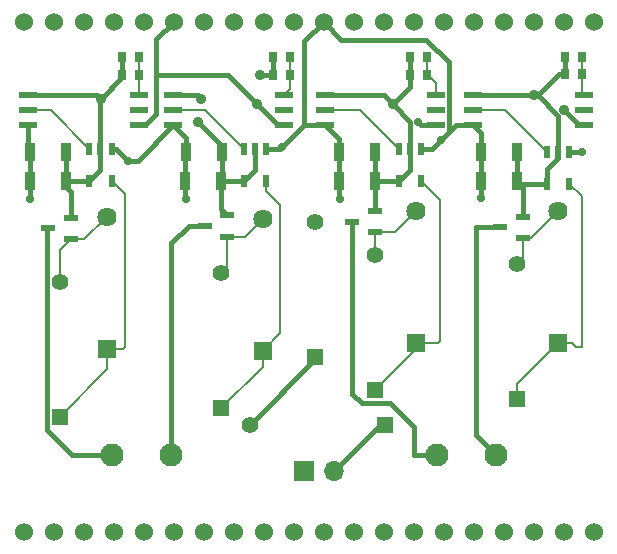
<source format=gbr>
%TF.GenerationSoftware,KiCad,Pcbnew,8.0.8*%
%TF.CreationDate,2025-02-03T20:57:41-05:00*%
%TF.ProjectId,PWM Module,50574d20-4d6f-4647-956c-652e6b696361,rev?*%
%TF.SameCoordinates,Original*%
%TF.FileFunction,Copper,L1,Top*%
%TF.FilePolarity,Positive*%
%FSLAX46Y46*%
G04 Gerber Fmt 4.6, Leading zero omitted, Abs format (unit mm)*
G04 Created by KiCad (PCBNEW 8.0.8) date 2025-02-03 20:57:41*
%MOMM*%
%LPD*%
G01*
G04 APERTURE LIST*
%TA.AperFunction,ComponentPad*%
%ADD10R,1.700000X1.700000*%
%TD*%
%TA.AperFunction,ComponentPad*%
%ADD11O,1.700000X1.700000*%
%TD*%
%TA.AperFunction,SMDPad,CuDef*%
%ADD12R,0.508000X0.977900*%
%TD*%
%TA.AperFunction,SMDPad,CuDef*%
%ADD13R,1.270000X0.558800*%
%TD*%
%TA.AperFunction,SMDPad,CuDef*%
%ADD14R,0.855600X1.600000*%
%TD*%
%TA.AperFunction,SMDPad,CuDef*%
%ADD15R,0.711200X0.939800*%
%TD*%
%TA.AperFunction,ComponentPad*%
%ADD16C,1.950000*%
%TD*%
%TA.AperFunction,ComponentPad*%
%ADD17R,1.625600X1.625600*%
%TD*%
%TA.AperFunction,ComponentPad*%
%ADD18C,1.625600*%
%TD*%
%TA.AperFunction,ComponentPad*%
%ADD19C,1.524000*%
%TD*%
%TA.AperFunction,ComponentPad*%
%ADD20R,1.397000X1.397000*%
%TD*%
%TA.AperFunction,ComponentPad*%
%ADD21C,1.397000*%
%TD*%
%TA.AperFunction,SMDPad,CuDef*%
%ADD22R,1.524000X0.533400*%
%TD*%
%TA.AperFunction,ViaPad*%
%ADD23C,0.900000*%
%TD*%
%TA.AperFunction,ViaPad*%
%ADD24C,0.700000*%
%TD*%
%TA.AperFunction,Conductor*%
%ADD25C,0.400000*%
%TD*%
%TA.AperFunction,Conductor*%
%ADD26C,0.200000*%
%TD*%
G04 APERTURE END LIST*
D10*
%TO.P,J4,1,Pin_1*%
%TO.N,Net-(J4-Pin_1)*%
X176125000Y-63400000D03*
D11*
%TO.P,J4,2,Pin_2*%
%TO.N,Net-(J4-Pin_2)*%
X178665000Y-63400000D03*
%TD*%
D12*
%TO.P,U7,1,VDD*%
%TO.N,Net-(U1-VDD)*%
X159841502Y-36169500D03*
%TO.P,U7,2,GND*%
%TO.N,GND*%
X158891501Y-36169500D03*
%TO.P,U7,3,IN+*%
%TO.N,Net-(U7-IN+)*%
X157941500Y-36169500D03*
%TO.P,U7,4,IN-*%
%TO.N,GND*%
X157941500Y-38900000D03*
%TO.P,U7,5,OUT*%
%TO.N,Net-(D4-K)*%
X159841502Y-38900000D03*
%TD*%
D13*
%TO.P,Q2,1,G*%
%TO.N,Net-(D2-A)*%
X169640000Y-43594998D03*
%TO.P,Q2,2,S*%
%TO.N,GND*%
X169640000Y-41765000D03*
%TO.P,Q2,3,D*%
%TO.N,Net-(J2-Pin_2)*%
X167709600Y-42679999D03*
%TD*%
D14*
%TO.P,C4,1*%
%TO.N,Net-(U1-VDD)*%
X166084398Y-38900000D03*
%TO.P,C4,2*%
%TO.N,GND*%
X169140000Y-38900000D03*
%TD*%
D15*
%TO.P,R4,1*%
%TO.N,GND*%
X173544500Y-29900000D03*
%TO.P,R4,2*%
%TO.N,Net-(R4-Pad2)*%
X174941500Y-29900000D03*
%TD*%
D14*
%TO.P,C2,1*%
%TO.N,Net-(U1-VDD)*%
X152913699Y-38900000D03*
%TO.P,C2,2*%
%TO.N,GND*%
X155969301Y-38900000D03*
%TD*%
D15*
%TO.P,R1,1*%
%TO.N,GND*%
X185140000Y-28400000D03*
%TO.P,R1,2*%
%TO.N,Net-(R1-Pad2)*%
X186537000Y-28400000D03*
%TD*%
D16*
%TO.P,J3,1,Pin_1*%
%TO.N,Net-(J3-Pin_1)*%
X187400000Y-62100000D03*
%TO.P,J3,2,Pin_2*%
%TO.N,Net-(J3-Pin_2)*%
X192400000Y-62100000D03*
%TD*%
D17*
%TO.P,D4,1,K*%
%TO.N,Net-(D4-K)*%
X159441500Y-53076000D03*
D18*
%TO.P,D4,2,A*%
%TO.N,Net-(D4-A)*%
X159441500Y-41900000D03*
%TD*%
D17*
%TO.P,D1,1,K*%
%TO.N,Net-(D1-K)*%
X185640000Y-52576000D03*
D18*
%TO.P,D1,2,A*%
%TO.N,Net-(D1-A)*%
X185640000Y-41400000D03*
%TD*%
D13*
%TO.P,Q3,1,G*%
%TO.N,Net-(D3-A)*%
X194640000Y-43729998D03*
%TO.P,Q3,2,S*%
%TO.N,GND*%
X194640000Y-41900000D03*
%TO.P,Q3,3,D*%
%TO.N,Net-(J3-Pin_2)*%
X192709600Y-42814999D03*
%TD*%
D19*
%TO.P,J5,1,1*%
%TO.N,unconnected-(J5-Pad1)*%
X152400000Y-25400000D03*
%TO.P,J5,2,2*%
%TO.N,unconnected-(J5-Pad2)*%
X154940000Y-25400000D03*
%TO.P,J5,3,3*%
%TO.N,unconnected-(J5-Pad3)*%
X157480000Y-25400000D03*
%TO.P,J5,4,4*%
%TO.N,unconnected-(J5-Pad4)*%
X160020000Y-25400000D03*
%TO.P,J5,5,5*%
%TO.N,unconnected-(J5-Pad5)*%
X162560000Y-25400000D03*
%TO.P,J5,6,6*%
%TO.N,Net-(J4-Pin_1)*%
X165100000Y-25400000D03*
%TO.P,J5,7,7*%
%TO.N,unconnected-(J5-Pad7)*%
X167640000Y-25400000D03*
%TO.P,J5,8,8*%
%TO.N,unconnected-(J5-Pad8)*%
X170180000Y-25400000D03*
%TO.P,J5,9,9*%
%TO.N,Net-(J5-Pad9)*%
X172720000Y-25400000D03*
%TO.P,J5,10,10*%
%TO.N,GND*%
X175260000Y-25400000D03*
%TO.P,J5,11,11*%
%TO.N,Net-(U1-VDD)*%
X177800000Y-25400000D03*
%TO.P,J5,12,12*%
%TO.N,unconnected-(J5-Pad12)*%
X180340000Y-25400000D03*
%TO.P,J5,13,13*%
%TO.N,unconnected-(J5-Pad13)*%
X182880000Y-25400000D03*
%TO.P,J5,14,14*%
%TO.N,unconnected-(J5-Pad14)*%
X185420000Y-25400000D03*
%TO.P,J5,15,15*%
%TO.N,unconnected-(J5-Pad15)*%
X187960000Y-25400000D03*
%TO.P,J5,16,16*%
%TO.N,unconnected-(J5-Pad16)*%
X190500000Y-25400000D03*
%TO.P,J5,17,17*%
%TO.N,unconnected-(J5-Pad17)*%
X193040000Y-25400000D03*
%TO.P,J5,18,18*%
%TO.N,unconnected-(J5-Pad18)*%
X195580000Y-25400000D03*
%TO.P,J5,19,19*%
%TO.N,unconnected-(J5-Pad19)*%
X198120000Y-25400000D03*
%TO.P,J5,20,20*%
%TO.N,unconnected-(J5-Pad20)*%
X200660000Y-25400000D03*
%TD*%
D15*
%TO.P,R5,1*%
%TO.N,GND*%
X173544500Y-28400000D03*
%TO.P,R5,2*%
%TO.N,Net-(R4-Pad2)*%
X174941500Y-28400000D03*
%TD*%
D16*
%TO.P,J2,1,Pin_1*%
%TO.N,Net-(J2-Pin_1)*%
X159900000Y-62100000D03*
%TO.P,J2,2,Pin_2*%
%TO.N,Net-(J2-Pin_2)*%
X164900000Y-62100000D03*
%TD*%
D15*
%TO.P,R11,1*%
%TO.N,GND*%
X160743000Y-28400000D03*
%TO.P,R11,2*%
%TO.N,Net-(R10-Pad2)*%
X162140000Y-28400000D03*
%TD*%
D12*
%TO.P,U5,1,VDD*%
%TO.N,Net-(U1-VDD)*%
X198590001Y-36400000D03*
%TO.P,U5,2,GND*%
%TO.N,GND*%
X197640000Y-36400000D03*
%TO.P,U5,3,IN+*%
%TO.N,Net-(U5-IN+)*%
X196689999Y-36400000D03*
%TO.P,U5,4,IN-*%
%TO.N,GND*%
X196689999Y-39130500D03*
%TO.P,U5,5,OUT*%
%TO.N,Net-(D3-K)*%
X198590001Y-39130500D03*
%TD*%
D14*
%TO.P,C3,1*%
%TO.N,Net-(U1-VDD)*%
X166112199Y-36400000D03*
%TO.P,C3,2*%
%TO.N,GND*%
X169167801Y-36400000D03*
%TD*%
%TO.P,C5,1*%
%TO.N,Net-(U1-VDD)*%
X179084398Y-36400000D03*
%TO.P,C5,2*%
%TO.N,GND*%
X182140000Y-36400000D03*
%TD*%
%TO.P,C6,1*%
%TO.N,Net-(U1-VDD)*%
X179084398Y-38900000D03*
%TO.P,C6,2*%
%TO.N,GND*%
X182140000Y-38900000D03*
%TD*%
D13*
%TO.P,Q4,1,G*%
%TO.N,Net-(D4-A)*%
X156371900Y-43814999D03*
%TO.P,Q4,2,S*%
%TO.N,GND*%
X156371900Y-41985001D03*
%TO.P,Q4,3,D*%
%TO.N,Net-(J2-Pin_1)*%
X154441500Y-42900000D03*
%TD*%
D17*
%TO.P,D3,1,K*%
%TO.N,Net-(D3-K)*%
X197640000Y-52576000D03*
D18*
%TO.P,D3,2,A*%
%TO.N,Net-(D3-A)*%
X197640000Y-41400000D03*
%TD*%
D20*
%TO.P,R9,1*%
%TO.N,Net-(D3-K)*%
X194140000Y-57330000D03*
D21*
%TO.P,R9,2*%
%TO.N,Net-(D3-A)*%
X194140000Y-45900000D03*
%TD*%
D22*
%TO.P,U2,1,1*%
%TO.N,Net-(J4-Pin_1)*%
X187339000Y-34170000D03*
%TO.P,U2,2,2*%
%TO.N,unconnected-(U2-Pad2)*%
X187339000Y-32900000D03*
%TO.P,U2,3,3*%
%TO.N,Net-(R1-Pad2)*%
X187339000Y-31630000D03*
%TO.P,U2,4,4*%
%TO.N,GND*%
X177941000Y-31630000D03*
%TO.P,U2,5,5*%
%TO.N,Net-(U1-IN+)*%
X177941000Y-32900000D03*
%TO.P,U2,6,6*%
%TO.N,Net-(U1-VDD)*%
X177941000Y-34170000D03*
%TD*%
D14*
%TO.P,C1,1*%
%TO.N,Net-(U1-VDD)*%
X152941500Y-36400000D03*
%TO.P,C1,2*%
%TO.N,GND*%
X155997102Y-36400000D03*
%TD*%
D20*
%TO.P,R13,1*%
%TO.N,Net-(J4-Pin_2)*%
X183015000Y-59500000D03*
D21*
%TO.P,R13,2*%
%TO.N,Net-(R13-Pad2)*%
X171585000Y-59500000D03*
%TD*%
D22*
%TO.P,U6,1,1*%
%TO.N,Net-(J4-Pin_1)*%
X199839000Y-34170000D03*
%TO.P,U6,2,2*%
%TO.N,unconnected-(U6-Pad2)*%
X199839000Y-32900000D03*
%TO.P,U6,3,3*%
%TO.N,Net-(R7-Pad2)*%
X199839000Y-31630000D03*
%TO.P,U6,4,4*%
%TO.N,GND*%
X190441000Y-31630000D03*
%TO.P,U6,5,5*%
%TO.N,Net-(U5-IN+)*%
X190441000Y-32900000D03*
%TO.P,U6,6,6*%
%TO.N,Net-(U1-VDD)*%
X190441000Y-34170000D03*
%TD*%
D14*
%TO.P,C7,1*%
%TO.N,Net-(U1-VDD)*%
X191084398Y-36400000D03*
%TO.P,C7,2*%
%TO.N,GND*%
X194140000Y-36400000D03*
%TD*%
D20*
%TO.P,R3,1*%
%TO.N,Net-(D1-K)*%
X182140000Y-56615000D03*
D21*
%TO.P,R3,2*%
%TO.N,Net-(D1-A)*%
X182140000Y-45185000D03*
%TD*%
D15*
%TO.P,R8,1*%
%TO.N,GND*%
X198243000Y-28347800D03*
%TO.P,R8,2*%
%TO.N,Net-(R7-Pad2)*%
X199640000Y-28347800D03*
%TD*%
D20*
%TO.P,R12,1*%
%TO.N,Net-(D4-K)*%
X155441500Y-58830000D03*
D21*
%TO.P,R12,2*%
%TO.N,Net-(D4-A)*%
X155441500Y-47400000D03*
%TD*%
D15*
%TO.P,R2,1*%
%TO.N,GND*%
X185140000Y-29900000D03*
%TO.P,R2,2*%
%TO.N,Net-(R1-Pad2)*%
X186537000Y-29900000D03*
%TD*%
D12*
%TO.P,U3,1,VDD*%
%TO.N,Net-(U1-VDD)*%
X172941500Y-36169500D03*
%TO.P,U3,2,GND*%
%TO.N,GND*%
X171991499Y-36169500D03*
%TO.P,U3,3,IN+*%
%TO.N,Net-(U3-IN+)*%
X171041498Y-36169500D03*
%TO.P,U3,4,IN-*%
%TO.N,GND*%
X171041498Y-38900000D03*
%TO.P,U3,5,OUT*%
%TO.N,Net-(D2-K)*%
X172941500Y-38900000D03*
%TD*%
D13*
%TO.P,Q1,1,G*%
%TO.N,Net-(D1-A)*%
X182140000Y-43229998D03*
%TO.P,Q1,2,S*%
%TO.N,GND*%
X182140000Y-41400000D03*
%TO.P,Q1,3,D*%
%TO.N,Net-(J3-Pin_1)*%
X180209600Y-42314999D03*
%TD*%
D15*
%TO.P,R10,1*%
%TO.N,GND*%
X160743000Y-29900000D03*
%TO.P,R10,2*%
%TO.N,Net-(R10-Pad2)*%
X162140000Y-29900000D03*
%TD*%
D20*
%TO.P,R6,1*%
%TO.N,Net-(D2-K)*%
X169140000Y-58115000D03*
D21*
%TO.P,R6,2*%
%TO.N,Net-(D2-A)*%
X169140000Y-46685000D03*
%TD*%
D20*
%TO.P,R14,1*%
%TO.N,Net-(R13-Pad2)*%
X177100000Y-53815000D03*
D21*
%TO.P,R14,2*%
%TO.N,Net-(J5-Pad9)*%
X177100000Y-42385000D03*
%TD*%
D15*
%TO.P,R7,1*%
%TO.N,GND*%
X198243000Y-29847800D03*
%TO.P,R7,2*%
%TO.N,Net-(R7-Pad2)*%
X199640000Y-29847800D03*
%TD*%
D22*
%TO.P,U8,1,1*%
%TO.N,Net-(J4-Pin_1)*%
X162140500Y-34170000D03*
%TO.P,U8,2,2*%
%TO.N,unconnected-(U8-Pad2)*%
X162140500Y-32900000D03*
%TO.P,U8,3,3*%
%TO.N,Net-(R10-Pad2)*%
X162140500Y-31630000D03*
%TO.P,U8,4,4*%
%TO.N,GND*%
X152742500Y-31630000D03*
%TO.P,U8,5,5*%
%TO.N,Net-(U7-IN+)*%
X152742500Y-32900000D03*
%TO.P,U8,6,6*%
%TO.N,Net-(U1-VDD)*%
X152742500Y-34170000D03*
%TD*%
D12*
%TO.P,U1,1,VDD*%
%TO.N,Net-(U1-VDD)*%
X186040002Y-36169500D03*
%TO.P,U1,2,GND*%
%TO.N,GND*%
X185090001Y-36169500D03*
%TO.P,U1,3,IN+*%
%TO.N,Net-(U1-IN+)*%
X184140000Y-36169500D03*
%TO.P,U1,4,IN-*%
%TO.N,GND*%
X184140000Y-38900000D03*
%TO.P,U1,5,OUT*%
%TO.N,Net-(D1-K)*%
X186040002Y-38900000D03*
%TD*%
D17*
%TO.P,D2,1,K*%
%TO.N,Net-(D2-K)*%
X172640000Y-53289500D03*
D18*
%TO.P,D2,2,A*%
%TO.N,Net-(D2-A)*%
X172640000Y-42113500D03*
%TD*%
D22*
%TO.P,U4,1,1*%
%TO.N,Net-(J4-Pin_1)*%
X174441500Y-34170000D03*
%TO.P,U4,2,2*%
%TO.N,unconnected-(U4-Pad2)*%
X174441500Y-32900000D03*
%TO.P,U4,3,3*%
%TO.N,Net-(R4-Pad2)*%
X174441500Y-31630000D03*
%TO.P,U4,4,4*%
%TO.N,GND*%
X165043500Y-31630000D03*
%TO.P,U4,5,5*%
%TO.N,Net-(U3-IN+)*%
X165043500Y-32900000D03*
%TO.P,U4,6,6*%
%TO.N,Net-(U1-VDD)*%
X165043500Y-34170000D03*
%TD*%
D19*
%TO.P,J5,1,1*%
%TO.N,N/C*%
X152400000Y-68580000D03*
%TO.P,J5,2,2*%
X154940000Y-68580000D03*
%TO.P,J5,3,3*%
X157480000Y-68580000D03*
%TO.P,J5,4,4*%
X160020000Y-68580000D03*
%TO.P,J5,5,5*%
X162560000Y-68580000D03*
%TO.P,J5,6,6*%
X165100000Y-68580000D03*
%TO.P,J5,7,7*%
X167640000Y-68580000D03*
%TO.P,J5,8,8*%
X170180000Y-68580000D03*
%TO.P,J5,9,9*%
X172720000Y-68580000D03*
%TO.P,J5,10,10*%
X175260000Y-68580000D03*
%TO.P,J5,11,11*%
X177800000Y-68580000D03*
%TO.P,J5,12,12*%
X180340000Y-68580000D03*
%TO.P,J5,13,13*%
X182880000Y-68580000D03*
%TO.P,J5,14,14*%
X185420000Y-68580000D03*
%TO.P,J5,15,15*%
X187960000Y-68580000D03*
%TO.P,J5,16,16*%
X190500000Y-68580000D03*
%TO.P,J5,17,17*%
X193040000Y-68580000D03*
%TO.P,J5,18,18*%
X195580000Y-68580000D03*
%TO.P,J5,19,19*%
X198120000Y-68580000D03*
%TO.P,J5,20,20*%
X200660000Y-68580000D03*
%TD*%
D14*
%TO.P,C8,1*%
%TO.N,Net-(U1-VDD)*%
X191084398Y-38900000D03*
%TO.P,C8,2*%
%TO.N,GND*%
X194140000Y-38900000D03*
%TD*%
D23*
%TO.N,GND*%
X167140000Y-33900000D03*
X195640000Y-31630000D03*
X172441500Y-29900000D03*
X183640000Y-32400000D03*
X158941500Y-31900000D03*
X167441500Y-31900000D03*
D24*
%TO.N,Net-(U1-VDD)*%
X191084398Y-40344398D03*
X166140000Y-40400000D03*
X187688850Y-35448850D03*
X152941500Y-40400000D03*
X174240100Y-36000100D03*
X161191500Y-37150000D03*
X179140000Y-40400000D03*
X199640000Y-36400000D03*
%TO.N,Net-(J4-Pin_1)*%
X185790001Y-33900000D03*
D23*
X172158100Y-32381900D03*
X198140000Y-32900000D03*
%TD*%
D25*
%TO.N,GND*%
X195640000Y-31630000D02*
X190441000Y-31630000D01*
X198243000Y-29847800D02*
X197692200Y-29847800D01*
X182140000Y-38900000D02*
X182140000Y-41400000D01*
X171991499Y-37949999D02*
X171041498Y-38900000D01*
X158891501Y-31949999D02*
X158891501Y-36169500D01*
X171991499Y-36169500D02*
X171991499Y-37949999D01*
X173544500Y-29900000D02*
X172441500Y-29900000D01*
X156371900Y-39774798D02*
X156371900Y-41985001D01*
X194370500Y-39130500D02*
X194140000Y-38900000D01*
X152742500Y-31630000D02*
X158571502Y-31630000D01*
X185140000Y-28400000D02*
X185140000Y-29900000D01*
X185090001Y-36169500D02*
X185090001Y-33850001D01*
X155997102Y-36400000D02*
X155997102Y-38872199D01*
X158941500Y-31900000D02*
X158891501Y-31949999D01*
X169140000Y-38900000D02*
X171041498Y-38900000D01*
X197640000Y-33360000D02*
X195910000Y-31630000D01*
X185090001Y-33850001D02*
X183640000Y-32400000D01*
X196689999Y-37850001D02*
X196689999Y-39130500D01*
X155969301Y-39372199D02*
X156371900Y-39774798D01*
X169167801Y-35927801D02*
X167140000Y-33900000D01*
X169167801Y-36400000D02*
X169167801Y-35927801D01*
X177941000Y-31630000D02*
X182870000Y-31630000D01*
X184140000Y-38900000D02*
X182140000Y-38900000D01*
X194640000Y-41900000D02*
X194640000Y-39400000D01*
X184140000Y-38900000D02*
X185090001Y-37949999D01*
X160743000Y-29900000D02*
X160743000Y-30098500D01*
X165043500Y-31630000D02*
X167171500Y-31630000D01*
X197640000Y-36400000D02*
X197640000Y-33360000D01*
X169140000Y-41265000D02*
X169640000Y-41765000D01*
X173544500Y-28400000D02*
X173544500Y-29900000D01*
X182140000Y-36400000D02*
X182140000Y-38900000D01*
X160743000Y-30098500D02*
X158941500Y-31900000D01*
X194140000Y-36400000D02*
X194140000Y-38900000D01*
X158891501Y-37949999D02*
X158891501Y-36169500D01*
X197692200Y-29847800D02*
X195910000Y-31630000D01*
X185090001Y-37949999D02*
X185090001Y-36169500D01*
X194640000Y-39400000D02*
X194140000Y-38900000D01*
X155969301Y-38900000D02*
X157941500Y-38900000D01*
X155997102Y-38872199D02*
X155969301Y-38900000D01*
X167171500Y-31630000D02*
X167441500Y-31900000D01*
X169167801Y-36400000D02*
X169167801Y-38872199D01*
X198243000Y-29847800D02*
X198243000Y-28347800D01*
X158571502Y-31630000D02*
X158891501Y-31949999D01*
X185140000Y-29900000D02*
X185140000Y-30900000D01*
X197640000Y-36900000D02*
X196689999Y-37850001D01*
X185140000Y-30900000D02*
X183640000Y-32400000D01*
X169140000Y-38900000D02*
X169140000Y-41265000D01*
X196689999Y-39130500D02*
X194370500Y-39130500D01*
X195910000Y-31630000D02*
X195640000Y-31630000D01*
X182870000Y-31630000D02*
X183640000Y-32400000D01*
X155969301Y-38900000D02*
X155969301Y-39372199D01*
X157941500Y-38900000D02*
X158891501Y-37949999D01*
X169167801Y-38872199D02*
X169140000Y-38900000D01*
X160743000Y-28400000D02*
X160743000Y-29900000D01*
X197640000Y-36400000D02*
X197640000Y-36900000D01*
%TO.N,Net-(U1-VDD)*%
X191084398Y-36400000D02*
X191084398Y-34813398D01*
X179084398Y-40344398D02*
X179140000Y-40400000D01*
X152742500Y-35701000D02*
X152742500Y-34170000D01*
X160211000Y-36169500D02*
X161191500Y-37150000D01*
X172941500Y-36169500D02*
X174070700Y-36169500D01*
X152913699Y-40372199D02*
X152941500Y-40400000D01*
X174240100Y-36000100D02*
X176140000Y-34100200D01*
X159841502Y-36169500D02*
X160211000Y-36169500D01*
X166112199Y-35238699D02*
X165043500Y-34170000D01*
X179084398Y-36400000D02*
X179084398Y-38900000D01*
X179084398Y-38900000D02*
X179084398Y-40344398D01*
X176140000Y-34100200D02*
X176140000Y-27060000D01*
X177941000Y-34170000D02*
X176209800Y-34170000D01*
X162063500Y-37150000D02*
X161191500Y-37150000D01*
X179300000Y-26900000D02*
X177800000Y-25400000D01*
X191084398Y-34813398D02*
X190441000Y-34170000D01*
X166084398Y-38900000D02*
X166084398Y-36427801D01*
X176209800Y-34170000D02*
X176140000Y-34100200D01*
X152913699Y-36927801D02*
X152913699Y-38900000D01*
X186968200Y-36169500D02*
X187688850Y-35448850D01*
X198590001Y-36400000D02*
X199640000Y-36400000D01*
X152941500Y-36400000D02*
X152941500Y-36900000D01*
X188967700Y-34170000D02*
X190441000Y-34170000D01*
X152941500Y-35900000D02*
X152742500Y-35701000D01*
X152941500Y-36900000D02*
X152913699Y-36927801D01*
X186040002Y-36169500D02*
X186968200Y-36169500D01*
X152913699Y-38900000D02*
X152913699Y-40372199D01*
X176140000Y-27060000D02*
X177800000Y-25400000D01*
X186462500Y-26900000D02*
X179300000Y-26900000D01*
X166112199Y-36400000D02*
X166112199Y-35238699D01*
X166084398Y-38900000D02*
X166084398Y-40344398D01*
X152941500Y-36400000D02*
X152941500Y-35900000D01*
X187688850Y-35448850D02*
X188967700Y-34170000D01*
X191084398Y-36400000D02*
X191084398Y-38900000D01*
X174070700Y-36169500D02*
X174240100Y-36000100D01*
X188401000Y-34736700D02*
X188401000Y-28838500D01*
X191084398Y-38900000D02*
X191084398Y-40344398D01*
X165043500Y-34170000D02*
X162063500Y-37150000D01*
X166084398Y-40344398D02*
X166140000Y-40400000D01*
X187688850Y-35448850D02*
X188401000Y-34736700D01*
X179084398Y-35313398D02*
X177941000Y-34170000D01*
X179084398Y-36400000D02*
X179084398Y-35313398D01*
X188401000Y-28838500D02*
X186462500Y-26900000D01*
X166084398Y-36427801D02*
X166112199Y-36400000D01*
D26*
%TO.N,Net-(D1-A)*%
X182140000Y-45185000D02*
X182140000Y-43229998D01*
X183810002Y-43229998D02*
X185640000Y-41400000D01*
X182140000Y-43229998D02*
X183810002Y-43229998D01*
%TO.N,Net-(D1-K)*%
X182140000Y-56615000D02*
X185640000Y-53115000D01*
X187640000Y-52400000D02*
X187464000Y-52576000D01*
X187640000Y-40499998D02*
X187640000Y-52400000D01*
X186040002Y-38900000D02*
X187640000Y-40499998D01*
X185640000Y-53115000D02*
X185640000Y-52576000D01*
X187464000Y-52576000D02*
X185640000Y-52576000D01*
%TO.N,Net-(D2-K)*%
X172640000Y-53289500D02*
X174140000Y-51789500D01*
X172941500Y-39701500D02*
X172941500Y-38900000D01*
X172640000Y-53289500D02*
X172640000Y-54615000D01*
X172640000Y-54615000D02*
X169140000Y-58115000D01*
X174140000Y-40900000D02*
X172941500Y-39701500D01*
X174140000Y-51789500D02*
X174140000Y-40900000D01*
%TO.N,Net-(D2-A)*%
X169640000Y-43594998D02*
X169640000Y-46185000D01*
X169640000Y-46185000D02*
X169140000Y-46685000D01*
X171158502Y-43594998D02*
X172640000Y-42113500D01*
X169640000Y-43594998D02*
X171158502Y-43594998D01*
%TO.N,Net-(D3-K)*%
X199140000Y-52900000D02*
X198816000Y-52576000D01*
X194140000Y-56076000D02*
X197640000Y-52576000D01*
X198816000Y-52576000D02*
X197640000Y-52576000D01*
X199640000Y-52900000D02*
X199140000Y-52900000D01*
X199640000Y-40180499D02*
X199640000Y-52900000D01*
X198590001Y-39130500D02*
X199640000Y-40180499D01*
X194140000Y-57330000D02*
X194140000Y-56076000D01*
%TO.N,Net-(D3-A)*%
X194640000Y-43729998D02*
X194640000Y-45400000D01*
X194640000Y-43729998D02*
X195310002Y-43729998D01*
X195310002Y-43729998D02*
X197640000Y-41400000D01*
X194640000Y-45400000D02*
X194140000Y-45900000D01*
%TO.N,Net-(D4-K)*%
X160941500Y-52900000D02*
X160765500Y-53076000D01*
X160765500Y-53076000D02*
X159441500Y-53076000D01*
X159841502Y-38900000D02*
X160941500Y-39999998D01*
X159441500Y-53076000D02*
X159441500Y-54830000D01*
X159441500Y-54830000D02*
X155441500Y-58830000D01*
X160941500Y-39999998D02*
X160941500Y-52900000D01*
%TO.N,Net-(D4-A)*%
X155441500Y-44745399D02*
X156371900Y-43814999D01*
X157526501Y-43814999D02*
X159441500Y-41900000D01*
X156371900Y-43814999D02*
X157526501Y-43814999D01*
X155441500Y-47400000D02*
X155441500Y-44745399D01*
D25*
%TO.N,Net-(J2-Pin_2)*%
X164900000Y-44140000D02*
X164900000Y-62100000D01*
X166360001Y-42679999D02*
X164900000Y-44140000D01*
X167709600Y-42679999D02*
X166360001Y-42679999D01*
%TO.N,Net-(J3-Pin_2)*%
X190725001Y-42814999D02*
X190725001Y-60425001D01*
X192709600Y-42814999D02*
X190725001Y-42814999D01*
X190725001Y-60425001D02*
X192400000Y-62100000D01*
%TO.N,Net-(J3-Pin_1)*%
X185428000Y-59716000D02*
X183425500Y-57713500D01*
X187400000Y-62100000D02*
X185428000Y-62100000D01*
X183425500Y-57713500D02*
X181041500Y-57713500D01*
X185428000Y-62100000D02*
X185428000Y-59716000D01*
X180209600Y-56881600D02*
X180209600Y-42314999D01*
X181041500Y-57713500D02*
X180209600Y-56881600D01*
D26*
%TO.N,Net-(R1-Pad2)*%
X186640000Y-29900000D02*
X187339000Y-30599000D01*
X186537000Y-29900000D02*
X186640000Y-29900000D01*
X186537000Y-28400000D02*
X186537000Y-29900000D01*
X187339000Y-30599000D02*
X187339000Y-31630000D01*
%TO.N,Net-(R4-Pad2)*%
X174941500Y-28400000D02*
X174941500Y-29900000D01*
X174441500Y-31630000D02*
X174941500Y-31130000D01*
X174941500Y-31130000D02*
X174941500Y-29900000D01*
%TO.N,Net-(R7-Pad2)*%
X199640000Y-29847800D02*
X199640000Y-31431000D01*
X199640000Y-29847800D02*
X199640000Y-28347800D01*
X199640000Y-31431000D02*
X199839000Y-31630000D01*
%TO.N,Net-(R10-Pad2)*%
X162140000Y-28400000D02*
X162140000Y-29900000D01*
X162140500Y-29900500D02*
X162140000Y-29900000D01*
X162140500Y-31630000D02*
X162140500Y-29900500D01*
%TO.N,Net-(U1-IN+)*%
X180870500Y-32900000D02*
X177941000Y-32900000D01*
X184140000Y-36169500D02*
X180870500Y-32900000D01*
%TO.N,Net-(U3-IN+)*%
X167771998Y-32900000D02*
X171041498Y-36169500D01*
X165043500Y-32900000D02*
X167771998Y-32900000D01*
%TO.N,Net-(U5-IN+)*%
X193189999Y-32900000D02*
X190441000Y-32900000D01*
X196689999Y-36400000D02*
X193189999Y-32900000D01*
%TO.N,Net-(U7-IN+)*%
X154672000Y-32900000D02*
X152742500Y-32900000D01*
X157941500Y-36169500D02*
X154672000Y-32900000D01*
D25*
%TO.N,Net-(J4-Pin_1)*%
X172158100Y-32381900D02*
X169676200Y-29900000D01*
X163640000Y-29900000D02*
X163640000Y-26860000D01*
X174441500Y-34170000D02*
X173946200Y-34170000D01*
X186060001Y-34170000D02*
X187339000Y-34170000D01*
X162140500Y-34170000D02*
X162635800Y-34170000D01*
X163640000Y-33165800D02*
X163640000Y-29900000D01*
X173946200Y-34170000D02*
X172158100Y-32381900D01*
X163640000Y-26860000D02*
X165100000Y-25400000D01*
X169676200Y-29900000D02*
X163640000Y-29900000D01*
X199839000Y-34170000D02*
X199410000Y-34170000D01*
X199410000Y-34170000D02*
X198140000Y-32900000D01*
X185790001Y-33900000D02*
X186060001Y-34170000D01*
X162635800Y-34170000D02*
X163640000Y-33165800D01*
%TO.N,Net-(J4-Pin_2)*%
X182565000Y-59500000D02*
X183015000Y-59500000D01*
X178665000Y-63400000D02*
X182565000Y-59500000D01*
%TO.N,Net-(R13-Pad2)*%
X171585000Y-59500000D02*
X177100000Y-53985000D01*
X177100000Y-53985000D02*
X177100000Y-53815000D01*
%TO.N,Net-(J2-Pin_1)*%
X156514500Y-62100000D02*
X159900000Y-62100000D01*
X154343000Y-42998500D02*
X154343000Y-59928500D01*
X154343000Y-59928500D02*
X156514500Y-62100000D01*
X154441500Y-42900000D02*
X154343000Y-42998500D01*
%TD*%
M02*

</source>
